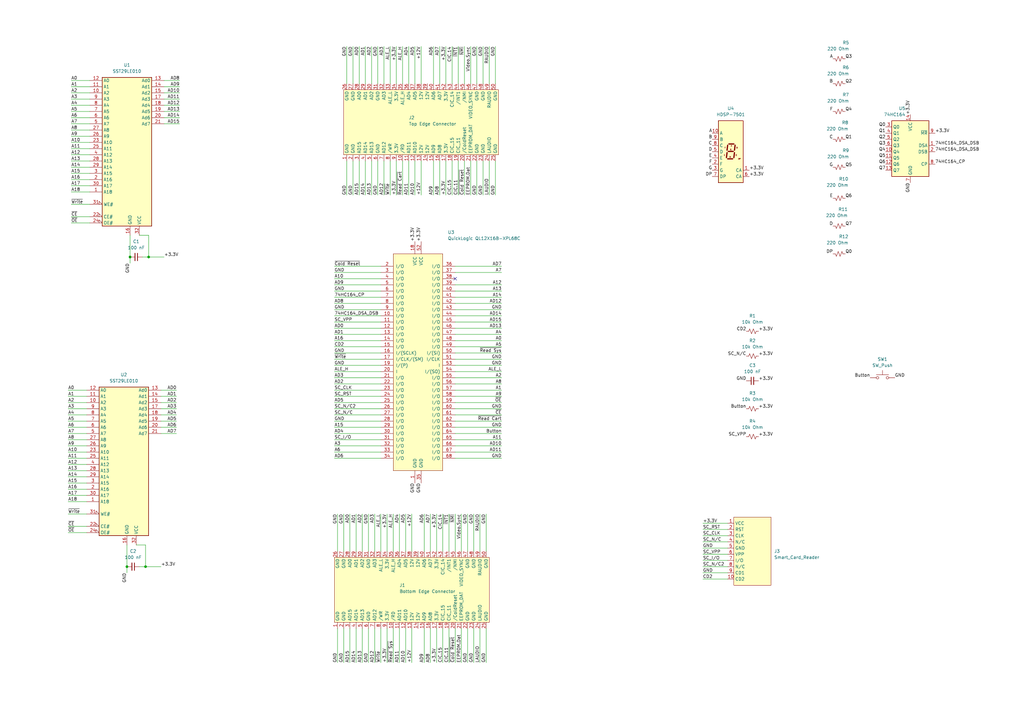
<source format=kicad_sch>
(kicad_sch (version 20231120) (generator "eeschema") (generator_version "8.0")
  (paper "A3")
  (lib_symbols
    (symbol "74xx:74HC164"
      (property "Reference" "U" (at 1.905 -13.97 0))
      (property "Value" "74HC164" (at 1.905 -16.51 0))
      (symbol "74HC164_0_1"
        (rectangle (start 7.62 10.16) (end -7.62 -12.7) (stroke (width 0.254)) (fill (type background)))
      )
      (symbol "74HC164_1_1"
        (pin input line (at -10.16 0 0) (length 2.54) (name "DSA") (number "1"))
        (pin output line (at 10.16 -2.54 180) (length 2.54) (name "Q4") (number "10"))
        (pin output line (at 10.16 -5.08 180) (length 2.54) (name "Q5") (number "11"))
        (pin output line (at 10.16 -7.62 180) (length 2.54) (name "Q6") (number "12"))
        (pin output line (at 10.16 -10.16 180) (length 2.54) (name "Q7") (number "13"))
        (pin power_in line (at 0 12.7 270) (length 2.54) (name "VCC") (number "14"))
        (pin input line (at -10.16 -2.54 0) (length 2.54) (name "DSB") (number "2"))
        (pin output line (at 10.16 7.62 180) (length 2.54) (name "Q0") (number "3"))
        (pin output line (at 10.16 5.08 180) (length 2.54) (name "Q1") (number "4"))
        (pin output line (at 10.16 2.54 180) (length 2.54) (name "Q2") (number "5"))
        (pin output line (at 10.16 0 180) (length 2.54) (name "Q3") (number "6"))
        (pin power_in line (at 0 -15.24 90) (length 2.54) (name "GND") (number "7"))
        (pin input line (at -10.16 -7.62 0) (length 2.54) (name "CP") (number "8"))
        (pin input line (at -10.16 5.08 0) (length 2.54) (name "~{MR}") (number "9"))
      )
    )
    (symbol "Custom_Flash:SST28LF040"
      (property "Reference" "U1" (at 0 38.1 0))
      (property "Value" "SST28LF040" (at 0 35.56 0))
      (symbol "SST28LF040_0_1"
        (rectangle (start -10.16 31.75) (end 10.16 -29.21) (stroke (width 0.254)) (fill (type background)))
      )
      (symbol "SST28LF040_1_1"
        (pin input line (at -15.24 -15.24 0) (length 5.08) (name "A18") (number "1"))
        (pin input line (at -15.24 25.4 0) (length 5.08) (name "A2") (number "10"))
        (pin input line (at -15.24 27.94 0) (length 5.08) (name "A1") (number "11"))
        (pin input line (at -15.24 30.48 0) (length 5.08) (name "A0") (number "12"))
        (pin tri_state line (at 15.24 30.48 180) (length 5.08) (name "Ad0") (number "13"))
        (pin tri_state line (at 15.24 27.94 180) (length 5.08) (name "Ad1") (number "14"))
        (pin tri_state line (at 15.24 25.4 180) (length 5.08) (name "Ad2") (number "15"))
        (pin power_in line (at 1.27 -33.02 90) (length 3.81) (name "GND") (number "16"))
        (pin tri_state line (at 15.24 22.86 180) (length 5.08) (name "Ad3") (number "17"))
        (pin tri_state line (at 15.24 20.32 180) (length 5.08) (name "Ad4") (number "18"))
        (pin tri_state line (at 15.24 17.78 180) (length 5.08) (name "Ad5") (number "19"))
        (pin input line (at -15.24 -10.16 0) (length 5.08) (name "A16") (number "2"))
        (pin tri_state line (at 15.24 15.24 180) (length 5.08) (name "Ad6") (number "20"))
        (pin tri_state line (at 15.24 12.7 180) (length 5.08) (name "Ad7") (number "21"))
        (pin input input_low (at -15.24 -25.4 0) (length 5.08) (name "CE#") (number "22"))
        (pin input line (at -15.24 5.08 0) (length 5.08) (name "A10") (number "23"))
        (pin input input_low (at -15.24 -27.94 0) (length 5.08) (name "OE#") (number "24"))
        (pin input line (at -15.24 2.54 0) (length 5.08) (name "A11") (number "25"))
        (pin input line (at -15.24 7.62 0) (length 5.08) (name "A9") (number "26"))
        (pin input line (at -15.24 10.16 0) (length 5.08) (name "A8") (number "27"))
        (pin input line (at -15.24 -2.54 0) (length 5.08) (name "A13") (number "28"))
        (pin input line (at -15.24 -5.08 0) (length 5.08) (name "A14") (number "29"))
        (pin input line (at -15.24 -7.62 0) (length 5.08) (name "A15") (number "3"))
        (pin input line (at -15.24 -12.7 0) (length 5.08) (name "A17") (number "30"))
        (pin input input_low (at -15.24 -20.32 0) (length 5.08) (name "WE#") (number "31"))
        (pin power_in line (at 5.08 -33.02 90) (length 3.81) (name "VCC") (number "32"))
        (pin input line (at -15.24 0 0) (length 5.08) (name "A12") (number "4"))
        (pin input line (at -15.24 12.7 0) (length 5.08) (name "A7") (number "5"))
        (pin input line (at -15.24 15.24 0) (length 5.08) (name "A6") (number "6"))
        (pin input line (at -15.24 17.78 0) (length 5.08) (name "A5") (number "7"))
        (pin input line (at -15.24 20.32 0) (length 5.08) (name "A4") (number "8"))
        (pin input line (at -15.24 22.86 0) (length 5.08) (name "A3") (number "9"))
      )
    )
    (symbol "Device:C_Small" (pin_numbers hide) (pin_names (offset 0.254) hide)
      (property "Reference" "C" (at 0.254 1.778 0))
      (property "Value" "C_Small" (at 0.254 -2.032 0))
      (symbol "C_Small_0_1"
        (polyline (pts (xy -1.524 -0.508) (xy 1.524 -0.508)) (stroke (width 0.3302)))
        (polyline (pts (xy -1.524 0.508) (xy 1.524 0.508)) (stroke (width 0.3048)))
      )
      (symbol "C_Small_1_1"
        (pin passive line (at 0 2.54 270) (length 2.032) (name "~") (number "1"))
        (pin passive line (at 0 -2.54 90) (length 2.032) (name "~") (number "2"))
      )
    )
    (symbol "Device:R_Small_US" (pin_numbers hide) (pin_names (offset 0.254) hide)
      (property "Reference" "R" (at 0.762 0.508 0))
      (property "Value" "R_Small_US" (at 0.762 -1.016 0))
      (symbol "R_Small_US_1_1"
        (polyline (pts (xy 0 0) (xy 1.016 -0.381) (xy 0 -0.762) (xy -1.016 -1.143) (xy 0 -1.524)))
        (polyline (pts (xy 0 1.524) (xy 1.016 1.143) (xy 0 0.762) (xy -1.016 0.381) (xy 0 0)))
        (pin passive line (at 0 2.54 270) (length 1.016) (name "~") (number "1"))
        (pin passive line (at 0 -2.54 90) (length 1.016) (name "~") (number "2"))
      )
    )
    (symbol "Display_Character:HDSP-7501"
      (property "Reference" "U" (at -3.81 13.97 0))
      (property "Value" "HDSP-7501" (at 6.35 13.97 0))
      (symbol "HDSP-7501_1_0"
        (text "A" (at 0.254 2.413 0) (effects (font (size 0.508 0.508))))
        (text "B" (at 2.54 1.651 0) (effects (font (size 0.508 0.508))))
        (text "C" (at 2.286 -1.397 0) (effects (font (size 0.508 0.508))))
        (text "D" (at -0.254 -2.159 0) (effects (font (size 0.508 0.508))))
        (text "DP" (at 3.556 -2.921 0) (effects (font (size 0.508 0.508))))
        (text "E" (at -2.54 -1.397 0) (effects (font (size 0.508 0.508))))
        (text "F" (at -2.286 1.651 0) (effects (font (size 0.508 0.508))))
        (text "G" (at 0 0.889 0) (effects (font (size 0.508 0.508))))
      )
      (symbol "HDSP-7501_1_1"
        (rectangle (start -5.08 12.7) (end 5.08 -12.7) (stroke (width 0.254)) (fill (type background)))
        (polyline (pts (xy -1.524 -0.381) (xy -1.778 -2.413)) (stroke (width 0.508)))
        (polyline (pts (xy -1.27 -2.921) (xy 0.762 -2.921)) (stroke (width 0.508)))
        (polyline (pts (xy -1.27 2.667) (xy -1.524 0.635)) (stroke (width 0.508)))
        (polyline (pts (xy -1.016 0.127) (xy 1.016 0.127)) (stroke (width 0.508)))
        (polyline (pts (xy -0.762 3.175) (xy 1.27 3.175)) (stroke (width 0.508)))
        (polyline (pts (xy 1.524 -0.381) (xy 1.27 -2.413)) (stroke (width 0.508)))
        (polyline (pts (xy 1.778 2.667) (xy 1.524 0.635)) (stroke (width 0.508)))
        (polyline (pts (xy 2.54 -2.921) (xy 2.54 -2.921)) (stroke (width 0.508)))
        (pin input line (at 7.62 -7.62 180) (length 2.54) (name "CA") (number "1"))
        (pin input line (at -7.62 7.62 0) (length 2.54) (name "A") (number "10"))
        (pin input line (at -7.62 -5.08 0) (length 2.54) (name "F") (number "2"))
        (pin input line (at -7.62 -7.62 0) (length 2.54) (name "G") (number "3"))
        (pin input line (at -7.62 -2.54 0) (length 2.54) (name "E") (number "4"))
        (pin input line (at -7.62 0 0) (length 2.54) (name "D") (number "5"))
        (pin input line (at 7.62 -10.16 180) (length 2.54) (name "CA") (number "6"))
        (pin input line (at -7.62 -10.16 0) (length 2.54) (name "DP") (number "7"))
        (pin input line (at -7.62 2.54 0) (length 2.54) (name "C") (number "8"))
        (pin input line (at -7.62 5.08 0) (length 2.54) (name "B") (number "9"))
      )
    )
    (symbol "REF1198:Edge_Connector"
      (property "Reference" "J1" (at -6.35 2.54 0))
      (property "Value" "Edge_Connector" (at -6.35 0 0))
      (symbol "Edge_Connector_1_1"
        (rectangle (start -33.02 13.97) (end 30.48 -12.7) (fill (type background)))
        (pin power_out line (at -31.75 -15.24 90) (length 2.54) (name "GND") (number "1"))
        (pin output line (at -8.89 -15.24 90) (length 2.54) (name "/RD") (number "10"))
        (pin bidirectional line (at -6.35 -15.24 90) (length 2.54) (name "AD11") (number "11"))
        (pin bidirectional line (at -3.81 -15.24 90) (length 2.54) (name "AD10") (number "12"))
        (pin power_out line (at -1.27 -15.24 90) (length 2.54) (name "12V") (number "13"))
        (pin power_out line (at 1.27 -15.24 90) (length 2.54) (name "12V") (number "14"))
        (pin bidirectional line (at 3.81 -15.24 90) (length 2.54) (name "AD9") (number "15"))
        (pin bidirectional line (at 6.35 -15.24 90) (length 2.54) (name "AD8") (number "16"))
        (pin power_out line (at 8.89 -15.24 90) (length 2.54) (name "3.3V") (number "17"))
        (pin bidirectional line (at 11.43 -15.24 90) (length 2.54) (name "CIC_15") (number "18"))
        (pin bidirectional line (at 13.97 -15.24 90) (length 2.54) (name "CIC_11") (number "19"))
        (pin power_out line (at -29.21 -15.24 90) (length 2.54) (name "GND") (number "2"))
        (pin bidirectional line (at 16.51 -15.24 90) (length 2.54) (name "/ColdReset") (number "20"))
        (pin bidirectional line (at 19.05 -15.24 90) (length 2.54) (name "EEPROM_DAT") (number "21"))
        (pin power_out line (at 21.59 -15.24 90) (length 2.54) (name "GND") (number "22"))
        (pin power_out line (at 24.13 -15.24 90) (length 2.54) (name "GND") (number "23"))
        (pin bidirectional line (at 26.67 -15.24 90) (length 2.54) (name "LAUDIO") (number "24"))
        (pin power_out line (at 29.21 -15.24 90) (length 2.54) (name "GND") (number "25"))
        (pin power_out line (at -31.75 16.51 270) (length 2.54) (name "GND") (number "26"))
        (pin power_out line (at -29.21 16.51 270) (length 2.54) (name "GND") (number "27"))
        (pin bidirectional line (at -26.67 16.51 270) (length 2.54) (name "AD0") (number "28"))
        (pin bidirectional line (at -24.13 16.51 270) (length 2.54) (name "AD1") (number "29"))
        (pin bidirectional line (at -26.67 -15.24 90) (length 2.54) (name "AD15") (number "3"))
        (pin bidirectional line (at -21.59 16.51 270) (length 2.54) (name "AD2") (number "30"))
        (pin power_out line (at -19.05 16.51 270) (length 2.54) (name "GND") (number "31"))
        (pin bidirectional line (at -16.51 16.51 270) (length 2.54) (name "AD3") (number "32"))
        (pin output line (at -13.97 16.51 270) (length 2.54) (name "ALE_L") (number "33"))
        (pin power_out line (at -11.43 16.51 270) (length 2.54) (name "3.3V") (number "34"))
        (pin output line (at -8.89 16.51 270) (length 2.54) (name "ALE_H") (number "35"))
        (pin bidirectional line (at -6.35 16.51 270) (length 2.54) (name "AD4") (number "36"))
        (pin bidirectional line (at -3.81 16.51 270) (length 2.54) (name "AD5") (number "37"))
        (pin power_out line (at -1.27 16.51 270) (length 2.54) (name "12V") (number "38"))
        (pin power_out line (at 1.27 16.51 270) (length 2.54) (name "12V") (number "39"))
        (pin bidirectional line (at -24.13 -15.24 90) (length 2.54) (name "AD14") (number "4"))
        (pin bidirectional line (at 3.81 16.51 270) (length 2.54) (name "AD6") (number "40"))
        (pin bidirectional line (at 6.35 16.51 270) (length 2.54) (name "AD7") (number "41"))
        (pin bidirectional line (at 8.89 16.51 270) (length 2.54) (name "3.3V") (number "42"))
        (pin bidirectional line (at 11.43 16.51 270) (length 2.54) (name "CIC_14") (number "43"))
        (pin bidirectional line (at 13.97 16.51 270) (length 2.54) (name "/INT1") (number "44"))
        (pin bidirectional line (at 16.51 16.51 270) (length 2.54) (name "/NMI") (number "45"))
        (pin bidirectional line (at 19.05 16.51 270) (length 2.54) (name "VIDEO_SYNC") (number "46"))
        (pin power_out line (at 21.59 16.51 270) (length 2.54) (name "GND") (number "47"))
        (pin power_out line (at 24.13 16.51 270) (length 2.54) (name "GND") (number "48"))
        (pin bidirectional line (at 26.67 16.51 270) (length 2.54) (name "RAUDIO") (number "49"))
        (pin bidirectional line (at -21.59 -15.24 90) (length 2.54) (name "AD13") (number "5"))
        (pin power_out line (at 29.21 16.51 270) (length 2.54) (name "GND") (number "50"))
        (pin power_out line (at -19.05 -15.24 90) (length 2.54) (name "GND") (number "6"))
        (pin bidirectional line (at -16.51 -15.24 90) (length 2.54) (name "AD12") (number "7"))
        (pin output line (at -13.97 -15.24 90) (length 2.54) (name "/WR") (number "8"))
        (pin power_out line (at -11.43 -15.24 90) (length 2.54) (name "3.3V") (number "9"))
      )
    )
    (symbol "REF1198:QL12X16B-XPL68C" (pin_names (offset 1.016))
      (property "Reference" "U1" (at 12.1794 48.26 0))
      (property "Value" "QuickLogic QL12X16B-XPL68C" (at 12.1794 45.72 0))
      (symbol "QL12X16B-XPL68C_0_1"
        (rectangle (start -10.16 39.37) (end 10.16 -49.53) (fill (type background)))
      )
      (symbol "QL12X16B-XPL68C_1_1"
        (pin power_in line (at -1.27 -54.61 90) (length 5.08) (name "GND") (number "1"))
        (pin tri_state line (at -15.24 13.97 0) (length 5.08) (name "I/O") (number "10"))
        (pin tri_state line (at -15.24 11.43 0) (length 5.08) (name "I/O") (number "11"))
        (pin tri_state line (at -15.24 8.89 0) (length 5.08) (name "I/O") (number "12"))
        (pin tri_state line (at -15.24 6.35 0) (length 5.08) (name "I/O") (number "13"))
        (pin tri_state line (at -15.24 3.81 0) (length 5.08) (name "I/O") (number "14"))
        (pin tri_state line (at -15.24 1.27 0) (length 5.08) (name "I/O") (number "15"))
        (pin input line (at -15.24 -1.27 0) (length 5.08) (name "I/(SCLK)") (number "16"))
        (pin input line (at -15.24 -3.81 0) (length 5.08) (name "I/CLK/(SM)") (number "17"))
        (pin power_in line (at -1.27 44.45 270) (length 5.08) (name "VCC") (number "18"))
        (pin input line (at -15.24 -6.35 0) (length 5.08) (name "I/(P)") (number "19"))
        (pin tri_state line (at -15.24 34.29 0) (length 5.08) (name "I/O") (number "2"))
        (pin input line (at -15.24 -8.89 0) (length 5.08) (name "I") (number "20"))
        (pin tri_state line (at -15.24 -11.43 0) (length 5.08) (name "I/O") (number "21"))
        (pin tri_state line (at -15.24 -13.97 0) (length 5.08) (name "I/O") (number "22"))
        (pin tri_state line (at -15.24 -16.51 0) (length 5.08) (name "I/O") (number "23"))
        (pin tri_state line (at -15.24 -19.05 0) (length 5.08) (name "I/O") (number "24"))
        (pin tri_state line (at -15.24 -21.59 0) (length 5.08) (name "I/O") (number "25"))
        (pin tri_state line (at -15.24 -24.13 0) (length 5.08) (name "I/O") (number "26"))
        (pin tri_state line (at -15.24 -26.67 0) (length 5.08) (name "I/O") (number "27"))
        (pin tri_state line (at -15.24 -29.21 0) (length 5.08) (name "I/O") (number "28"))
        (pin tri_state line (at -15.24 -31.75 0) (length 5.08) (name "I/O") (number "29"))
        (pin tri_state line (at -15.24 31.75 0) (length 5.08) (name "I/O") (number "3"))
        (pin tri_state line (at -15.24 -34.29 0) (length 5.08) (name "I/O") (number "30"))
        (pin tri_state line (at -15.24 -36.83 0) (length 5.08) (name "I/O") (number "31"))
        (pin tri_state line (at -15.24 -39.37 0) (length 5.08) (name "I/O") (number "32"))
        (pin tri_state line (at -15.24 -41.91 0) (length 5.08) (name "I/O") (number "33"))
        (pin tri_state line (at -15.24 -44.45 0) (length 5.08) (name "I/O") (number "34"))
        (pin power_in line (at 1.27 -54.61 90) (length 5.08) (name "GND") (number "35"))
        (pin tri_state line (at 15.24 34.29 180) (length 5.08) (name "I/O") (number "36"))
        (pin tri_state line (at 15.24 31.75 180) (length 5.08) (name "I/O") (number "37"))
        (pin tri_state line (at 15.24 29.21 180) (length 5.08) (name "I/O") (number "38"))
        (pin tri_state line (at 15.24 26.67 180) (length 5.08) (name "I/O") (number "39"))
        (pin tri_state line (at -15.24 29.21 0) (length 5.08) (name "I/O") (number "4"))
        (pin tri_state line (at 15.24 24.13 180) (length 5.08) (name "I/O") (number "40"))
        (pin tri_state line (at 15.24 21.59 180) (length 5.08) (name "I/O") (number "41"))
        (pin tri_state line (at 15.24 19.05 180) (length 5.08) (name "I/O") (number "42"))
        (pin tri_state line (at 15.24 16.51 180) (length 5.08) (name "I/O") (number "43"))
        (pin tri_state line (at 15.24 13.97 180) (length 5.08) (name "I/O") (number "44"))
        (pin tri_state line (at 15.24 11.43 180) (length 5.08) (name "I/O") (number "45"))
        (pin tri_state line (at 15.24 8.89 180) (length 5.08) (name "I/O") (number "46"))
        (pin tri_state line (at 15.24 6.35 180) (length 5.08) (name "I/O") (number "47"))
        (pin tri_state line (at 15.24 3.81 180) (length 5.08) (name "I/O") (number "48"))
        (pin tri_state line (at 15.24 1.27 180) (length 5.08) (name "I/O") (number "49"))
        (pin tri_state line (at -15.24 26.67 0) (length 5.08) (name "I/O") (number "5"))
        (pin input line (at 15.24 -1.27 180) (length 5.08) (name "I/(SI)") (number "50"))
        (pin input line (at 15.24 -3.81 180) (length 5.08) (name "I/CLK") (number "51"))
        (pin power_in line (at 1.27 44.45 270) (length 5.08) (name "VCC") (number "52"))
        (pin input line (at 15.24 -6.35 180) (length 5.08) (name "I") (number "53"))
        (pin input line (at 15.24 -8.89 180) (length 5.08) (name "I/(SO)") (number "54"))
        (pin tri_state line (at 15.24 -11.43 180) (length 5.08) (name "I/O") (number "55"))
        (pin tri_state line (at 15.24 -13.97 180) (length 5.08) (name "I/O") (number "56"))
        (pin tri_state line (at 15.24 -16.51 180) (length 5.08) (name "I/O") (number "57"))
        (pin tri_state line (at 15.24 -19.05 180) (length 5.08) (name "I/O") (number "58"))
        (pin tri_state line (at 15.24 -21.59 180) (length 5.08) (name "I/O") (number "59"))
        (pin tri_state line (at -15.24 24.13 0) (length 5.08) (name "I/O") (number "6"))
        (pin tri_state line (at 15.24 -24.13 180) (length 5.08) (name "I/O") (number "60"))
        (pin tri_state line (at 15.24 -26.67 180) (length 5.08) (name "I/O") (number "61"))
        (pin tri_state line (at 15.24 -29.21 180) (length 5.08) (name "I/O") (number "62"))
        (pin tri_state line (at 15.24 -31.75 180) (length 5.08) (name "I/O") (number "63"))
        (pin tri_state line (at 15.24 -34.29 180) (length 5.08) (name "I/O") (number "64"))
        (pin tri_state line (at 15.24 -36.83 180) (length 5.08) (name "I/O") (number "65"))
        (pin tri_state line (at 15.24 -39.37 180) (length 5.08) (name "I/O") (number "66"))
        (pin tri_state line (at 15.24 -41.91 180) (length 5.08) (name "I/O") (number "67"))
        (pin tri_state line (at 15.24 -44.45 180) (length 5.08) (name "I/O") (number "68"))
        (pin tri_state line (at -15.24 21.59 0) (length 5.08) (name "I/O") (number "7"))
        (pin tri_state line (at -15.24 19.05 0) (length 5.08) (name "I/O") (number "8"))
        (pin tri_state line (at -15.24 16.51 0) (length 5.08) (name "I/O") (number "9"))
      )
    )
    (symbol "REF1198:Smart_Card_Reader"
      (property "Reference" "J3" (at 8.89 0.0001 0))
      (property "Value" "Smart_Card_Reader" (at 8.89 -2.5399 0))
      (symbol "Smart_Card_Reader_1_1"
        (rectangle (start -7.62 13.97) (end 7.62 -13.97) (fill (type background)))
        (pin power_in line (at -10.16 11.43 0) (length 2.54) (name "VCC") (number "1"))
        (pin input line (at -10.16 -11.43 0) (length 2.54) (name "CD2") (number "10"))
        (pin input line (at -10.16 8.89 0) (length 2.54) (name "RST") (number "2"))
        (pin input line (at -10.16 6.35 0) (length 2.54) (name "CLK") (number "3"))
        (pin input line (at -10.16 3.81 0) (length 2.54) (name "N/C") (number "4"))
        (pin power_in line (at -10.16 1.27 0) (length 2.54) (name "GND") (number "5"))
        (pin power_in line (at -10.16 -1.27 0) (length 2.54) (name "VPP") (number "6"))
        (pin input line (at -10.16 -3.81 0) (length 2.54) (name "I/O") (number "7"))
        (pin input line (at -10.16 -6.35 0) (length 2.54) (name "N/C") (number "8"))
        (pin input line (at -10.16 -8.89 0) (length 2.54) (name "CD1") (number "9"))
      )
    )
    (symbol "Switch:SW_Push" (pin_numbers hide) (pin_names (offset 1.016) hide)
      (property "Reference" "SW" (at 1.27 2.54 0))
      (property "Value" "SW_Push" (at 0 -1.524 0))
      (symbol "SW_Push_0_1"
        (circle (center -2.032 0) (radius 0.508))
        (polyline (pts (xy 0 1.27) (xy 0 3.048)))
        (polyline (pts (xy 2.54 1.27) (xy -2.54 1.27)))
        (circle (center 2.032 0) (radius 0.508))
        (pin passive line (at -5.08 0 0) (length 2.54) (name "1") (number "1"))
        (pin passive line (at 5.08 0 180) (length 2.54) (name "2") (number "2"))
      )
    )
  )
  (junction (at 53.34 105.41))
  (junction (at 60.96 105.41))
  (junction (at 52.07 232.41))
  (junction (at 59.69 232.41))
  (no_connect (at 186.69 114.3))
  (wire (pts (xy 27.94 170.18) (xy 35.56 170.18)))
  (wire (pts (xy 137.16 172.72) (xy 156.21 172.72)))
  (wire (pts (xy 53.34 105.41) (xy 53.34 96.52)))
  (wire (pts (xy 288.29 214.63) (xy 298.45 214.63)))
  (wire (pts (xy 137.16 149.86) (xy 156.21 149.86)))
  (wire (pts (xy 140.97 271.78) (xy 140.97 257.81)))
  (wire (pts (xy 205.74 142.24) (xy 186.69 142.24)))
  (wire (pts (xy 189.23 210.82) (xy 189.23 226.06)))
  (wire (pts (xy 29.21 33.02) (xy 36.83 33.02)))
  (wire (pts (xy 288.29 217.17) (xy 298.45 217.17)))
  (wire (pts (xy 29.21 83.82) (xy 36.83 83.82)))
  (wire (pts (xy 205.74 124.46) (xy 186.69 124.46)))
  (wire (pts (xy 165.1 80.01) (xy 165.1 66.04)))
  (wire (pts (xy 72.39 167.64) (xy 66.04 167.64)))
  (wire (pts (xy 137.16 167.64) (xy 156.21 167.64)))
  (wire (pts (xy 205.74 109.22) (xy 186.69 109.22)))
  (wire (pts (xy 162.56 19.05) (xy 162.56 34.29)))
  (wire (pts (xy 205.74 180.34) (xy 186.69 180.34)))
  (wire (pts (xy 205.74 154.94) (xy 186.69 154.94)))
  (wire (pts (xy 29.21 58.42) (xy 36.83 58.42)))
  (wire (pts (xy 205.74 121.92) (xy 186.69 121.92)))
  (wire (pts (xy 137.16 162.56) (xy 156.21 162.56)))
  (wire (pts (xy 27.94 203.2) (xy 35.56 203.2)))
  (wire (pts (xy 27.94 205.74) (xy 35.56 205.74)))
  (wire (pts (xy 29.21 91.44) (xy 36.83 91.44)))
  (wire (pts (xy 137.16 139.7) (xy 156.21 139.7)))
  (wire (pts (xy 166.37 210.82) (xy 166.37 226.06)))
  (wire (pts (xy 205.74 132.08) (xy 186.69 132.08)))
  (wire (pts (xy 181.61 210.82) (xy 181.61 226.06)))
  (wire (pts (xy 288.29 237.49) (xy 298.45 237.49)))
  (wire (pts (xy 137.16 157.48) (xy 156.21 157.48)))
  (wire (pts (xy 168.91 271.78) (xy 168.91 257.81)))
  (wire (pts (xy 205.74 134.62) (xy 186.69 134.62)))
  (wire (pts (xy 180.34 80.01) (xy 180.34 66.04)))
  (wire (pts (xy 137.16 111.76) (xy 156.21 111.76)))
  (wire (pts (xy 29.21 68.58) (xy 36.83 68.58)))
  (wire (pts (xy 73.66 33.02) (xy 67.31 33.02)))
  (wire (pts (xy 205.74 139.7) (xy 186.69 139.7)))
  (wire (pts (xy 190.5 80.01) (xy 190.5 66.04)))
  (wire (pts (xy 146.05 210.82) (xy 146.05 226.06)))
  (wire (pts (xy 137.16 187.96) (xy 156.21 187.96)))
  (wire (pts (xy 73.66 43.18) (xy 67.31 43.18)))
  (wire (pts (xy 29.21 50.8) (xy 36.83 50.8)))
  (wire (pts (xy 29.21 53.34) (xy 36.83 53.34)))
  (wire (pts (xy 167.64 19.05) (xy 167.64 34.29)))
  (wire (pts (xy 156.21 271.78) (xy 156.21 257.81)))
  (wire (pts (xy 27.94 162.56) (xy 35.56 162.56)))
  (wire (pts (xy 172.72 80.01) (xy 172.72 66.04)))
  (wire (pts (xy 176.53 210.82) (xy 176.53 226.06)))
  (wire (pts (xy 151.13 210.82) (xy 151.13 226.06)))
  (wire (pts (xy 185.42 19.05) (xy 185.42 34.29)))
  (wire (pts (xy 154.94 80.01) (xy 154.94 66.04)))
  (wire (pts (xy 59.69 232.41) (xy 66.04 232.41)))
  (wire (pts (xy 137.16 165.1) (xy 156.21 165.1)))
  (wire (pts (xy 27.94 172.72) (xy 35.56 172.72)))
  (wire (pts (xy 27.94 210.82) (xy 35.56 210.82)))
  (wire (pts (xy 168.91 210.82) (xy 168.91 226.06)))
  (wire (pts (xy 138.43 210.82) (xy 138.43 226.06)))
  (wire (pts (xy 205.74 129.54) (xy 186.69 129.54)))
  (wire (pts (xy 179.07 210.82) (xy 179.07 226.06)))
  (wire (pts (xy 29.21 73.66) (xy 36.83 73.66)))
  (wire (pts (xy 165.1 19.05) (xy 165.1 34.29)))
  (wire (pts (xy 138.43 271.78) (xy 138.43 257.81)))
  (wire (pts (xy 187.96 19.05) (xy 187.96 34.29)))
  (wire (pts (xy 27.94 175.26) (xy 35.56 175.26)))
  (wire (pts (xy 27.94 200.66) (xy 35.56 200.66)))
  (wire (pts (xy 144.78 19.05) (xy 144.78 34.29)))
  (wire (pts (xy 152.4 80.01) (xy 152.4 66.04)))
  (wire (pts (xy 29.21 78.74) (xy 36.83 78.74)))
  (wire (pts (xy 198.12 19.05) (xy 198.12 34.29)))
  (wire (pts (xy 29.21 88.9) (xy 36.83 88.9)))
  (wire (pts (xy 163.83 271.78) (xy 163.83 257.81)))
  (wire (pts (xy 205.74 182.88) (xy 186.69 182.88)))
  (wire (pts (xy 27.94 160.02) (xy 35.56 160.02)))
  (wire (pts (xy 137.16 147.32) (xy 156.21 147.32)))
  (wire (pts (xy 27.94 182.88) (xy 35.56 182.88)))
  (wire (pts (xy 137.16 152.4) (xy 156.21 152.4)))
  (wire (pts (xy 205.74 172.72) (xy 186.69 172.72)))
  (wire (pts (xy 186.69 210.82) (xy 186.69 226.06)))
  (wire (pts (xy 153.67 271.78) (xy 153.67 257.81)))
  (wire (pts (xy 144.78 80.01) (xy 144.78 66.04)))
  (wire (pts (xy 29.21 45.72) (xy 36.83 45.72)))
  (wire (pts (xy 288.29 234.95) (xy 298.45 234.95)))
  (wire (pts (xy 157.48 80.01) (xy 157.48 66.04)))
  (wire (pts (xy 137.16 175.26) (xy 156.21 175.26)))
  (wire (pts (xy 191.77 271.78) (xy 191.77 257.81)))
  (wire (pts (xy 170.18 19.05) (xy 170.18 34.29)))
  (wire (pts (xy 52.07 234.95) (xy 52.07 232.41)))
  (wire (pts (xy 205.74 165.1) (xy 186.69 165.1)))
  (wire (pts (xy 29.21 63.5) (xy 36.83 63.5)))
  (wire (pts (xy 154.94 19.05) (xy 154.94 34.29)))
  (wire (pts (xy 203.2 19.05) (xy 203.2 34.29)))
  (wire (pts (xy 29.21 40.64) (xy 36.83 40.64)))
  (wire (pts (xy 177.8 80.01) (xy 177.8 66.04)))
  (wire (pts (xy 173.99 271.78) (xy 173.99 257.81)))
  (wire (pts (xy 205.74 162.56) (xy 186.69 162.56)))
  (wire (pts (xy 27.94 167.64) (xy 35.56 167.64)))
  (wire (pts (xy 29.21 60.96) (xy 36.83 60.96)))
  (wire (pts (xy 137.16 154.94) (xy 156.21 154.94)))
  (wire (pts (xy 73.66 48.26) (xy 67.31 48.26)))
  (wire (pts (xy 29.21 35.56) (xy 36.83 35.56)))
  (wire (pts (xy 27.94 185.42) (xy 35.56 185.42)))
  (wire (pts (xy 288.29 219.71) (xy 298.45 219.71)))
  (wire (pts (xy 151.13 271.78) (xy 151.13 257.81)))
  (wire (pts (xy 203.2 80.01) (xy 203.2 66.04)))
  (wire (pts (xy 137.16 134.62) (xy 156.21 134.62)))
  (wire (pts (xy 137.16 142.24) (xy 156.21 142.24)))
  (wire (pts (xy 288.29 232.41) (xy 298.45 232.41)))
  (wire (pts (xy 162.56 80.01) (xy 162.56 66.04)))
  (wire (pts (xy 199.39 271.78) (xy 199.39 257.81)))
  (wire (pts (xy 72.39 170.18) (xy 66.04 170.18)))
  (wire (pts (xy 27.94 215.9) (xy 35.56 215.9)))
  (wire (pts (xy 149.86 19.05) (xy 149.86 34.29)))
  (wire (pts (xy 205.74 175.26) (xy 186.69 175.26)))
  (wire (pts (xy 73.66 45.72) (xy 67.31 45.72)))
  (wire (pts (xy 177.8 19.05) (xy 177.8 34.29)))
  (wire (pts (xy 137.16 109.22) (xy 156.21 109.22)))
  (wire (pts (xy 166.37 271.78) (xy 166.37 257.81)))
  (wire (pts (xy 191.77 210.82) (xy 191.77 226.06)))
  (wire (pts (xy 137.16 119.38) (xy 156.21 119.38)))
  (wire (pts (xy 57.15 96.52) (xy 60.96 96.52)))
  (wire (pts (xy 161.29 271.78) (xy 161.29 257.81)))
  (wire (pts (xy 153.67 210.82) (xy 153.67 226.06)))
  (wire (pts (xy 137.16 116.84) (xy 156.21 116.84)))
  (wire (pts (xy 205.74 127) (xy 186.69 127)))
  (wire (pts (xy 205.74 144.78) (xy 186.69 144.78)))
  (wire (pts (xy 72.39 177.8) (xy 66.04 177.8)))
  (wire (pts (xy 27.94 187.96) (xy 35.56 187.96)))
  (wire (pts (xy 194.31 210.82) (xy 194.31 226.06)))
  (wire (pts (xy 27.94 195.58) (xy 35.56 195.58)))
  (wire (pts (xy 193.04 80.01) (xy 193.04 66.04)))
  (wire (pts (xy 194.31 271.78) (xy 194.31 257.81)))
  (wire (pts (xy 205.74 116.84) (xy 186.69 116.84)))
  (wire (pts (xy 148.59 210.82) (xy 148.59 226.06)))
  (wire (pts (xy 29.21 48.26) (xy 36.83 48.26)))
  (wire (pts (xy 29.21 38.1) (xy 36.83 38.1)))
  (wire (pts (xy 137.16 144.78) (xy 156.21 144.78)))
  (wire (pts (xy 205.74 185.42) (xy 186.69 185.42)))
  (wire (pts (xy 163.83 210.82) (xy 163.83 226.06)))
  (wire (pts (xy 161.29 210.82) (xy 161.29 226.06)))
  (wire (pts (xy 27.94 180.34) (xy 35.56 180.34)))
  (wire (pts (xy 137.16 121.92) (xy 156.21 121.92)))
  (wire (pts (xy 137.16 177.8) (xy 156.21 177.8)))
  (wire (pts (xy 27.94 218.44) (xy 35.56 218.44)))
  (wire (pts (xy 72.39 165.1) (xy 66.04 165.1)))
  (wire (pts (xy 59.69 223.52) (xy 59.69 232.41)))
  (wire (pts (xy 137.16 137.16) (xy 156.21 137.16)))
  (wire (pts (xy 152.4 19.05) (xy 152.4 34.29)))
  (wire (pts (xy 157.48 19.05) (xy 157.48 34.29)))
  (wire (pts (xy 181.61 271.78) (xy 181.61 257.81)))
  (wire (pts (xy 176.53 271.78) (xy 176.53 257.81)))
  (wire (pts (xy 182.88 19.05) (xy 182.88 34.29)))
  (wire (pts (xy 182.88 80.01) (xy 182.88 66.04)))
  (wire (pts (xy 196.85 271.78) (xy 196.85 257.81)))
  (wire (pts (xy 190.5 19.05) (xy 190.5 34.29)))
  (wire (pts (xy 158.75 271.78) (xy 158.75 257.81)))
  (wire (pts (xy 73.66 35.56) (xy 67.31 35.56)))
  (wire (pts (xy 29.21 76.2) (xy 36.83 76.2)))
  (wire (pts (xy 27.94 165.1) (xy 35.56 165.1)))
  (wire (pts (xy 158.75 210.82) (xy 158.75 226.06)))
  (wire (pts (xy 137.16 114.3) (xy 156.21 114.3)))
  (wire (pts (xy 53.34 107.95) (xy 53.34 105.41)))
  (wire (pts (xy 146.05 271.78) (xy 146.05 257.81)))
  (wire (pts (xy 205.74 187.96) (xy 186.69 187.96)))
  (wire (pts (xy 55.88 223.52) (xy 59.69 223.52)))
  (wire (pts (xy 205.74 111.76) (xy 186.69 111.76)))
  (wire (pts (xy 195.58 80.01) (xy 195.58 66.04)))
  (wire (pts (xy 143.51 271.78) (xy 143.51 257.81)))
  (wire (pts (xy 184.15 271.78) (xy 184.15 257.81)))
  (wire (pts (xy 288.29 227.33) (xy 298.45 227.33)))
  (wire (pts (xy 137.16 124.46) (xy 156.21 124.46)))
  (wire (pts (xy 60.96 96.52) (xy 60.96 105.41)))
  (wire (pts (xy 137.16 185.42) (xy 156.21 185.42)))
  (wire (pts (xy 52.07 232.41) (xy 52.07 223.52)))
  (wire (pts (xy 29.21 71.12) (xy 36.83 71.12)))
  (wire (pts (xy 60.96 105.41) (xy 58.42 105.41)))
  (wire (pts (xy 27.94 177.8) (xy 35.56 177.8)))
  (wire (pts (xy 180.34 19.05) (xy 180.34 34.29)))
  (wire (pts (xy 288.29 224.79) (xy 298.45 224.79)))
  (wire (pts (xy 205.74 167.64) (xy 186.69 167.64)))
  (wire (pts (xy 29.21 66.04) (xy 36.83 66.04)))
  (wire (pts (xy 149.86 80.01) (xy 149.86 66.04)))
  (wire (pts (xy 170.18 80.01) (xy 170.18 66.04)))
  (wire (pts (xy 60.96 105.41) (xy 67.31 105.41)))
  (wire (pts (xy 288.29 222.25) (xy 298.45 222.25)))
  (wire (pts (xy 184.15 210.82) (xy 184.15 226.06)))
  (wire (pts (xy 72.39 162.56) (xy 66.04 162.56)))
  (wire (pts (xy 147.32 19.05) (xy 147.32 34.29)))
  (wire (pts (xy 73.66 40.64) (xy 67.31 40.64)))
  (wire (pts (xy 137.16 170.18) (xy 156.21 170.18)))
  (wire (pts (xy 196.85 210.82) (xy 196.85 226.06)))
  (wire (pts (xy 27.94 190.5) (xy 35.56 190.5)))
  (wire (pts (xy 205.74 177.8) (xy 186.69 177.8)))
  (wire (pts (xy 186.69 271.78) (xy 186.69 257.81)))
  (wire (pts (xy 205.74 152.4) (xy 186.69 152.4)))
  (wire (pts (xy 73.66 38.1) (xy 67.31 38.1)))
  (wire (pts (xy 200.66 80.01) (xy 200.66 66.04)))
  (wire (pts (xy 199.39 210.82) (xy 199.39 226.06)))
  (wire (pts (xy 73.66 50.8) (xy 67.31 50.8)))
  (wire (pts (xy 72.39 175.26) (xy 66.04 175.26)))
  (wire (pts (xy 137.16 180.34) (xy 156.21 180.34)))
  (wire (pts (xy 27.94 198.12) (xy 35.56 198.12)))
  (wire (pts (xy 205.74 119.38) (xy 186.69 119.38)))
  (wire (pts (xy 137.16 132.08) (xy 156.21 132.08)))
  (wire (pts (xy 205.74 160.02) (xy 186.69 160.02)))
  (wire (pts (xy 137.16 127) (xy 156.21 127)))
  (wire (pts (xy 200.66 19.05) (xy 200.66 34.29)))
  (wire (pts (xy 160.02 80.01) (xy 160.02 66.04)))
  (wire (pts (xy 172.72 19.05) (xy 172.72 34.29)))
  (wire (pts (xy 148.59 271.78) (xy 148.59 257.81)))
  (wire (pts (xy 29.21 43.18) (xy 36.83 43.18)))
  (wire (pts (xy 189.23 271.78) (xy 189.23 257.81)))
  (wire (pts (xy 288.29 229.87) (xy 298.45 229.87)))
  (wire (pts (xy 185.42 80.01) (xy 185.42 66.04)))
  (wire (pts (xy 147.32 80.01) (xy 147.32 66.04)))
  (wire (pts (xy 142.24 19.05) (xy 142.24 34.29)))
  (wire (pts (xy 179.07 271.78) (xy 179.07 257.81)))
  (wire (pts (xy 137.16 182.88) (xy 156.21 182.88)))
  (wire (pts (xy 140.97 210.82) (xy 140.97 226.06)))
  (wire (pts (xy 59.69 232.41) (xy 57.15 232.41)))
  (wire (pts (xy 187.96 80.01) (xy 187.96 66.04)))
  (wire (pts (xy 27.94 193.04) (xy 35.56 193.04)))
  (wire (pts (xy 29.21 55.88) (xy 36.83 55.88)))
  (wire (pts (xy 167.64 80.01) (xy 167.64 66.04)))
  (wire (pts (xy 173.99 210.82) (xy 173.99 226.06)))
  (wire (pts (xy 193.04 19.05) (xy 193.04 34.29)))
  (wire (pts (xy 205.74 170.18) (xy 186.69 170.18)))
  (wire (pts (xy 137.16 129.54) (xy 156.21 129.54)))
  (wire (pts (xy 205.74 147.32) (xy 186.69 147.32)))
  (wire (pts (xy 72.39 160.02) (xy 66.04 160.02)))
  (wire (pts (xy 137.16 160.02) (xy 156.21 160.02)))
  (wire (pts (xy 156.21 210.82) (xy 156.21 226.06)))
  (wire (pts (xy 72.39 172.72) (xy 66.04 172.72)))
  (wire (pts (xy 205.74 137.16) (xy 186.69 137.16)))
  (wire (pts (xy 142.24 80.01) (xy 142.24 66.04)))
  (wire (pts (xy 205.74 149.86) (xy 186.69 149.86)))
  (wire (pts (xy 143.51 210.82) (xy 143.51 226.06)))
  (wire (pts (xy 160.02 19.05) (xy 160.02 34.29)))
  (wire (pts (xy 195.58 19.05) (xy 195.58 34.29)))
  (wire (pts (xy 198.12 80.01) (xy 198.12 66.04)))
  (wire (pts (xy 205.74 157.48) (xy 186.69 157.48)))
  (label "G" (at 341.63 68.58 180))
  (label "GND" (at 137.16 149.86 0))
  (label "AD7" (at 72.39 177.8 180))
  (label "SC_VPP" (at 137.16 132.08 0))
  (label "Q6" (at 346.71 81.28 0))
  (label "AD12" (at 205.74 124.46 180))
  (label "C" (at 341.63 57.15 180))
  (label "GND" (at 288.29 224.79 0))
  (label "CD2" (at 306.07 135.89 180))
  (label "A13" (at 205.74 119.38 180))
  (label "AD6" (at 177.8 19.05 270))
  (label "A12" (at 205.74 116.84 180))
  (label "AD3" (at 137.16 154.94 0))
  (label "AD7" (at 205.74 109.22 180))
  (label "EEPROM.Dat" (at 193.04 80.01 90))
  (label "+3.3V" (at 158.75 271.78 90))
  (label "LAUDIO" (at 200.66 80.01 90))
  (label "CIC.11" (at 187.96 80.01 90))
  (label "GND" (at 288.29 234.95 0))
  (label "+12V" (at 172.72 19.05 270))
  (label "GND" (at 172.72 198.12 270))
  (label "LAUDIO" (at 196.85 271.78 90))
  (label "G" (at 292.1 69.85 180))
  (label "GND" (at 138.43 271.78 90))
  (label "SC_CLK" (at 137.16 160.02 0))
  (label "AD1" (at 146.05 210.82 270))
  (label "C" (at 292.1 59.69 180))
  (label "~{INT1}" (at 187.96 19.05 270))
  (label "A10" (at 29.21 58.42 0))
  (label "Q4" (at 346.71 45.72 0))
  (label "GND" (at 144.78 19.05 270))
  (label "AD2" (at 137.16 157.48 0))
  (label "~{Cold Reset}" (at 137.16 109.22 0))
  (label "A8" (at 205.74 157.48 180))
  (label "GND" (at 205.74 149.86 180))
  (label "Q2" (at 363.22 57.15 180))
  (label "A6" (at 27.94 175.26 0))
  (label "GND" (at 170.18 198.12 270))
  (label "~{INT1}" (at 184.15 210.82 270))
  (label "Button" (at 205.74 177.8 180))
  (label "GND" (at 191.77 271.78 90))
  (label "A16" (at 29.21 73.66 0))
  (label "AD12" (at 153.67 271.78 90))
  (label "~{Read Sys}" (at 161.29 271.78 90))
  (label "GND" (at 199.39 271.78 90))
  (label "GND" (at 205.74 175.26 180))
  (label "74HC164_CP" (at 137.16 121.92 0))
  (label "A7" (at 27.94 177.8 0))
  (label "DP" (at 292.1 72.39 180))
  (label "~{CE}" (at 205.74 170.18 180))
  (label "A9" (at 29.21 55.88 0))
  (label "A11" (at 29.21 60.96 0))
  (label "A3" (at 27.94 167.64 0))
  (label "A0" (at 27.94 160.02 0))
  (label "GND" (at 199.39 210.82 270))
  (label "GND" (at 53.34 107.95 270))
  (label "EEPROM.Dat" (at 189.23 271.78 90))
  (label "AD15" (at 143.51 271.78 90))
  (label "AD11" (at 163.83 271.78 90))
  (label "A4" (at 29.21 43.18 0))
  (label "Q7" (at 346.71 92.71 0))
  (label "Q6" (at 363.22 67.31 180))
  (label "A" (at 341.63 24.13 180))
  (label "+3.3V" (at 179.07 271.78 90))
  (label "AD6" (at 137.16 187.96 0))
  (label "A15" (at 27.94 198.12 0))
  (label "+3.3V" (at 162.56 80.01 90))
  (label "A5" (at 205.74 142.24 180))
  (label "Q5" (at 363.22 64.77 180))
  (label "~{OE}" (at 205.74 165.1 180))
  (label "AD7" (at 176.53 210.82 270))
  (label "SC_CLK" (at 288.29 219.71 0))
  (label "~{OE}" (at 29.21 91.44 0))
  (label "GND" (at 137.16 144.78 0))
  (label "A1" (at 205.74 160.02 180))
  (label "~{Write}" (at 137.16 147.32 0))
  (label "AD9" (at 73.66 35.56 180))
  (label "AD3" (at 153.67 210.82 270))
  (label "A2" (at 205.74 154.94 180))
  (label "GND" (at 137.16 172.72 0))
  (label "A14" (at 29.21 68.58 0))
  (label "~{Read Sys}" (at 205.74 144.78 180))
  (label "Q5" (at 346.71 68.58 0))
  (label "Q1" (at 363.22 54.61 180))
  (label "AD3" (at 72.39 167.64 180))
  (label "GND" (at 198.12 19.05 270))
  (label "A18" (at 29.21 78.74 0))
  (label "Q7" (at 363.22 69.85 180))
  (label "SC_N{slash}C" (at 288.29 222.25 0))
  (label "A13" (at 27.94 193.04 0))
  (label "AD0" (at 143.51 210.82 270))
  (label "AD2" (at 152.4 19.05 270))
  (label "AD5" (at 170.18 19.05 270))
  (label "D" (at 292.1 62.23 180))
  (label "GND" (at 142.24 80.01 90))
  (label "GND" (at 198.12 80.01 90))
  (label "A15" (at 29.21 71.12 0))
  (label "AD8" (at 176.53 271.78 90))
  (label "SC_RST" (at 137.16 162.56 0))
  (label "A16" (at 27.94 200.66 0))
  (label "AD6" (at 173.99 210.82 270))
  (label "GND" (at 205.74 167.64 180))
  (label "AD15" (at 73.66 50.8 180))
  (label "AD14" (at 73.66 48.26 180))
  (label "74HC164_CP" (at 383.54 67.31 0))
  (label "Button" (at 306.07 167.64 180))
  (label "AD4" (at 163.83 210.82 270))
  (label "AD8" (at 73.66 33.02 180))
  (label "A11" (at 27.94 187.96 0))
  (label "+3.3V" (at 170.18 99.06 90))
  (label "GND" (at 205.74 127 180))
  (label "+3.3V" (at 66.04 232.41 0))
  (label "A2" (at 27.94 165.1 0))
  (label "GND" (at 138.43 210.82 270))
  (label "F" (at 341.63 45.72 180))
  (label "AD4" (at 167.64 19.05 270))
  (label "+3.3V" (at 373.38 46.99 90))
  (label "SC_N{slash}C2" (at 137.16 167.64 0))
  (label "~{Write}" (at 160.02 80.01 90))
  (label "GND" (at 203.2 19.05 270))
  (label "A8" (at 29.21 53.34 0))
  (label "Q4" (at 363.22 62.23 180))
  (label "Q0" (at 363.22 52.07 180))
  (label "AD0" (at 147.32 19.05 270))
  (label "GND" (at 154.94 19.05 270))
  (label "ALE_H" (at 165.1 19.05 270))
  (label "AD0" (at 137.16 134.62 0))
  (label "A7" (at 29.21 50.8 0))
  (label "~{Write}" (at 156.21 271.78 90))
  (label "A14" (at 205.74 121.92 180))
  (label "AD12" (at 73.66 43.18 180))
  (label "A5" (at 29.21 45.72 0))
  (label "+3.3V" (at 179.07 210.82 270))
  (label "CD2" (at 137.16 142.24 0))
  (label "GND" (at 154.94 80.01 90))
  (label "+3.3V" (at 172.72 99.06 90))
  (label "74HC164_DSA_DSB" (at 137.16 129.54 0))
  (label "Q1" (at 346.71 57.15 0))
  (label "~{Cold Reset}" (at 186.69 271.78 90))
  (label "GND" (at 151.13 210.82 270))
  (label "AD14" (at 205.74 129.54 180))
  (label "CD2" (at 288.29 237.49 0))
  (label "AD10" (at 170.18 80.01 90))
  (label "F" (at 292.1 67.31 180))
  (label "A0" (at 205.74 139.7 180))
  (label "A12" (at 29.21 63.5 0))
  (label "DP" (at 341.63 104.14 180))
  (label "A15" (at 137.16 175.26 0))
  (label "A6" (at 29.21 48.26 0))
  (label "A8" (at 27.94 180.34 0))
  (label "SC_I{slash}O" (at 288.29 229.87 0))
  (label "A12" (at 27.94 190.5 0))
  (label "ALE_L" (at 205.74 152.4 180))
  (label "GND" (at 144.78 80.01 90))
  (label "A0" (at 29.21 33.02 0))
  (label "CIC.14" (at 181.61 210.82 270))
  (label "AD2" (at 72.39 165.1 180))
  (label "SC_N{slash}C" (at 137.16 170.18 0))
  (label "~{NMI}" (at 190.5 19.05 270))
  (label "+3.3V" (at 311.15 167.64 0))
  (label "AD9" (at 173.99 271.78 90))
  (label "AD4" (at 72.39 170.18 180))
  (label "GND" (at 151.13 271.78 90))
  (label "+12V" (at 168.91 210.82 270))
  (label "+3.3V" (at 288.29 214.63 0))
  (label "+3.3V" (at 311.15 179.07 0))
  (label "AD4" (at 137.16 177.8 0))
  (label "A9" (at 205.74 162.56 180))
  (label "A1" (at 27.94 162.56 0))
  (label "AD13" (at 148.59 271.78 90))
  (label "AD8" (at 137.16 124.46 0))
  (label "+3.3V" (at 307.34 69.85 0))
  (label "RAUDIO" (at 196.85 210.82 270))
  (label "Q0" (at 346.71 104.14 0))
  (label "AD7" (at 180.34 19.05 270))
  (label "AD10" (at 205.74 182.88 180))
  (label "A3" (at 29.21 40.64 0))
  (label "GND" (at 205.74 187.96 180))
  (label "A10" (at 27.94 185.42 0))
  (label "CIC.15" (at 181.61 271.78 90))
  (label "SC_N{slash}C2" (at 288.29 232.41 0))
  (label "AD13" (at 152.4 80.01 90))
  (label "GND" (at 140.97 271.78 90))
  (label "ALE_H" (at 161.29 210.82 270))
  (label "+12V" (at 168.91 271.78 90))
  (label "Video.Sync" (at 193.04 19.05 270))
  (label "+3.3V" (at 311.15 135.89 0))
  (label "+3.3V" (at 383.54 54.61 0))
  (label "~{Read Cart}" (at 205.74 172.72 180))
  (label "SC_I{slash}O" (at 137.16 180.34 0))
  (label "A14" (at 27.94 195.58 0))
  (label "AD5" (at 72.39 172.72 180))
  (label "AD11" (at 205.74 185.42 180))
  (label "B" (at 341.63 34.29 180))
  (label "CIC.15" (at 185.42 80.01 90))
  (label "CIC.14" (at 185.42 19.05 270))
  (label "D" (at 341.63 92.71 180))
  (label "A2" (at 29.21 38.1 0))
  (label "A" (at 292.1 54.61 180))
  (label "+3.3V" (at 182.88 19.05 270))
  (label "A5" (at 27.94 172.72 0))
  (label "A6" (at 137.16 185.42 0))
  (label "AD12" (at 157.48 80.01 90))
  (label "AD0" (at 72.39 160.02 180))
  (label "ALE_L" (at 156.21 210.82 270))
  (label "ALE_H" (at 137.16 152.4 0))
  (label "A18" (at 27.94 205.74 0))
  (label "+3.3V" (at 158.75 210.82 270))
  (label "AD1" (at 149.86 19.05 270))
  (label "A3" (at 137.16 182.88 0))
  (label "~{Write}" (at 29.21 83.82 0))
  (label "74HC164_DSA_DSB" (at 383.54 59.69 0))
  (label "AD3" (at 157.48 19.05 270))
  (label "GND" (at 203.2 80.01 90))
  (label "~{NMI}" (at 186.69 210.82 270))
  (label "SC_VPP" (at 288.29 227.33 0))
  (label "GND" (at 140.97 210.82 270))
  (label "AD10" (at 166.37 271.78 90))
  (label "Q2" (at 346.71 34.29 0))
  (label "A9" (at 27.94 182.88 0))
  (label "+3.3V" (at 162.56 19.05 270))
  (label "GND" (at 191.77 210.82 270))
  (label "E" (at 341.63 81.28 180))
  (label "AD15" (at 147.32 80.01 90))
  (label "AD5" (at 137.16 165.1 0))
  (label "+12V" (at 172.72 80.01 90))
  (label "GND" (at 52.07 234.95 270))
  (label "AD2" (at 148.59 210.82 270))
  (label "GND" (at 137.16 127 0))
  (label "RAUDIO" (at 200.66 19.05 270))
  (label "Video.Sync" (at 189.23 210.82 270))
  (label "ALE_L" (at 160.02 19.05 270))
  (label "GND" (at 194.31 271.78 90))
  (label "AD11" (at 167.64 80.01 90))
  (label "+3.3V" (at 307.34 72.39 0))
  (label "Q3" (at 363.22 59.69 180))
  (label "A13" (at 29.21 66.04 0))
  (label "Q3" (at 346.71 24.13 0))
  (label "+3.3V" (at 67.31 105.41 0))
  (label "AD1" (at 72.39 162.56 180))
  (label "AD5" (at 166.37 210.82 270))
  (label "+3.3V" (at 311.15 156.21 0))
  (label "AD15" (at 205.74 132.08 180))
  (label "AD9" (at 137.16 116.84 0))
  (label "+3.3V" (at 182.88 80.01 90))
  (label "~{Read Cart}" (at 165.1 80.01 90))
  (label "B" (at 292.1 57.15 180))
  (label "SC_RST" (at 288.29 217.17 0))
  (label "A10" (at 137.16 114.3 0))
  (label "~{CE}" (at 29.21 88.9 0))
  (label "~{OE}" (at 27.94 218.44 0))
  (label "GND" (at 195.58 19.05 270))
  (label "A17" (at 29.21 76.2 0))
  (label "A4" (at 27.94 170.18 0))
  (label "A1" (at 29.21 35.56 0))
  (label "SC_VPP" (at 306.07 179.07 180))
  (label "AD6" (at 72.39 175.26 180))
  (label "AD13" (at 73.66 45.72 180))
  (label "GND" (at 205.74 147.32 180))
  (label "GND" (at 306.07 156.21 180))
  (label "GND" (at 194.31 210.82 270))
  (label "+3.3V" (at 311.15 146.05 0))
  (label "AD11" (at 73.66 40.64 180))
  (label "GND" (at 137.16 111.76 0))
  (label "A7" (at 205.74 111.76 180))
  (label "A16" (at 137.16 139.7 0))
  (label "GND" (at 373.38 74.93 270))
  (label "SC_N{slash}C" (at 306.07 146.05 180))
  (label "A4" (at 205.74 137.16 180))
  (label "AD8" (at 180.34 80.01 90))
  (label "GND" (at 137.16 119.38 0))
  (label "AD1" (at 137.16 137.16 0))
  (label "~{Cold Reset}" (at 190.5 80.01 90))
  (label "E" (at 292.1 64.77 180))
  (label "A11" (at 205.74 180.34 180))
  (label "AD9" (at 177.8 80.01 90))
  (label "A17" (at 27.94 203.2 0))
  (label "Button" (at 356.87 154.94 180))
  (label "GND" (at 142.24 19.05 270))
  (label "AD10" (at 73.66 38.1 180))
  (label "AD13" (at 205.74 134.62 180))
  (label "74HC164_DSA_DSB" (at 383.54 62.23 0))
  (label "AD14" (at 149.86 80.01 90))
  (label "AD14" (at 146.05 271.78 90))
  (label "GND" (at 367.03 154.94 0))
  (label "~{Write}" (at 27.94 210.82 0))
  (label "CIC.11" (at 184.15 271.78 90))
  (label "GND" (at 195.58 80.01 90))
  (label "~{CE}" (at 27.94 215.9 0))
  (symbol (lib_id "Device:R_Small_US") (at 308.61 167.64 90) (unit 1)
    (property "Reference" "R3" (at 308.61 161.29 90))
    (property "Value" "10k Ohm" (at 308.61 163.83 90))
    (property "Footprint" "REF1198:1206 Cap Res" (effects (hide yes)))
  )
  (symbol (lib_id "Device:C_Small") (at 308.61 156.21 90) (unit 1)
    (property "Reference" "C3" (at 308.6163 149.86 90))
    (property "Value" "100 nF" (at 308.6163 152.4 90))
    (property "Footprint" "REF1198:1206 Cap Res" (effects (hide yes)))
  )
  (symbol (lib_id "Device:R_Small_US") (at 344.17 68.58 90) (mirror x) (unit 1)
    (property "Reference" "R9" (at 348.234 61.722 90) (effects (justify left)))
    (property "Value" "220 Ohm" (at 348.234 64.262 90) (effects (justify left)))
    (property "Footprint" "REF1198:0805 Res" (effects (hide yes)))
  )
  (symbol (lib_id "Switch:SW_Push") (at 361.95 154.94 0) (unit 1)
    (property "Reference" "SW1" (at 361.95 147.32 0))
    (property "Value" "SW_Push" (at 361.95 149.86 0))
    (property "Footprint" "REF1198:Button" (effects (hide yes)))
  )
  (symbol (lib_id "Device:R_Small_US") (at 344.17 57.15 90) (mirror x) (unit 1)
    (property "Reference" "R8" (at 347.98 50.292 90) (effects (justify left)))
    (property "Value" "220 Ohm" (at 347.98 52.832 90) (effects (justify left)))
    (property "Footprint" "REF1198:0805 Res" (effects (hide yes)))
  )
  (symbol (lib_id "Device:C_Small") (at 54.61 232.41 270) (unit 1)
    (property "Reference" "C2" (at 54.6036 226.06 90))
    (property "Value" "100 nF" (at 54.6036 228.6 90))
    (property "Footprint" "REF1198:1206 Cap Res" (effects (hide yes)))
  )
  (symbol (lib_id "Device:R_Small_US") (at 308.61 135.89 90) (unit 1)
    (property "Reference" "R1" (at 308.61 129.54 90))
    (property "Value" "10k Ohm" (at 308.61 132.08 90))
    (property "Footprint" "REF1198:1206 Cap Res" (effects (hide yes)))
  )
  (symbol (lib_id "REF1198:Edge_Connector") (at 170.18 242.57 0) (unit 1)
    (property "Reference" "J1" (at 163.83 240.03 0) (effects (justify left)))
    (property "Value" "Bottom Edge Connector" (at 163.83 242.57 0) (effects (justify left)))
    (property "Footprint" "REF1198:Edge Connector" (effects (hide yes)))
  )
  (symbol (lib_id "74xx:74HC164") (at 373.38 59.69 0) (mirror y) (unit 1)
    (property "Reference" "U5" (at 371.3606 44.45 0) (effects (justify left)))
    (property "Value" "74HC164" (at 371.3606 46.99 0) (effects (justify left)))
    (property "Footprint" "REF1198:74HC164" (effects (hide yes)))
    (property "Datasheet" "https://assets.nexperia.com/documents/data-sheet/74HC_HCT164.pdf" (effects (hide yes)))
  )
  (symbol (lib_id "Device:R_Small_US") (at 308.61 179.07 90) (unit 1)
    (property "Reference" "R4" (at 308.61 172.72 90))
    (property "Value" "10k Ohm" (at 308.61 175.26 90))
    (property "Footprint" "REF1198:1206 Cap Res" (effects (hide yes)))
  )
  (symbol (lib_id "REF1198:Edge_Connector") (at 173.99 50.8 0) (unit 1)
    (property "Reference" "J2" (at 167.64 48.26 0) (effects (justify left)))
    (property "Value" "Top Edge Connector" (at 167.64 50.8 0) (effects (justify left)))
    (property "Footprint" "REF1198:Edge Connector" (effects (hide yes)))
  )
  (symbol (lib_id "Display_Character:HDSP-7501") (at 299.72 62.23 0) (unit 1)
    (property "Reference" "U4" (at 299.72 44.45 0))
    (property "Value" "HDSP-7501" (at 299.72 46.99 0))
    (property "Footprint" "REF1198:HDSP-7501" (effects (hide yes)))
    (property "Datasheet" "https://docs.broadcom.com/docs/AV02-2553EN" (effects (hide yes)))
  )
  (symbol (lib_id "Device:R_Small_US") (at 344.17 104.14 90) (mirror x) (unit 1)
    (property "Reference" "R12" (at 347.98 97.028 90) (effects (justify left)))
    (property "Value" "220 Ohm" (at 347.98 99.568 90) (effects (justify left)))
    (property "Footprint" "REF1198:0805 Res" (effects (hide yes)))
  )
  (symbol (lib_id "REF1198:Smart_Card_Reader") (at 308.61 226.06 0) (unit 1)
    (property "Reference" "J3" (at 317.5 226.0599 0) (effects (justify left)))
    (property "Value" "Smart_Card_Reader" (at 317.5 228.5999 0) (effects (justify left)))
    (property "Footprint" "REF1198:Smart Card Port" (effects (hide yes)))
  )
  (symbol (lib_id "Device:R_Small_US") (at 344.17 45.72 90) (mirror x) (unit 1)
    (property "Reference" "R7" (at 348.234 38.862 90) (effects (justify left)))
    (property "Value" "220 Ohm" (at 348.234 41.402 90) (effects (justify left)))
    (property "Footprint" "REF1198:0805 Res" (effects (hide yes)))
  )
  (symbol (lib_id "Device:C_Small") (at 55.88 105.41 270) (unit 1)
    (property "Reference" "C1" (at 55.8736 99.06 90))
    (property "Value" "100 nF" (at 55.8736 101.6 90))
    (property "Footprint" "REF1198:1206 Cap Res" (effects (hide yes)))
  )
  (symbol (lib_id "Device:R_Small_US") (at 344.17 24.13 90) (mirror x) (unit 1)
    (property "Reference" "R5" (at 348.27 17.5 90) (effects (justify left)))
    (property "Value" "220 Ohm" (at 348.27 20 90) (effects (justify left)))
    (property "Footprint" "REF1198:0805 Res" (effects (hide yes)))
  )
  (symbol (lib_id "Device:R_Small_US") (at 344.17 81.28 90) (mirror x) (unit 1)
    (property "Reference" "R10" (at 347.98 73.406 90) (effects (justify left)))
    (property "Value" "220 Ohm" (at 347.98 75.946 90) (effects (justify left)))
    (property "Footprint" "REF1198:0805 Res" (effects (hide yes)))
  )
  (symbol (lib_id "Custom_Flash:SST28LF040") (at 50.8 190.5 0) (unit 1)
    (property "Reference" "U2" (at 50.8 153.67 0))
    (property "Value" "SST29LE010" (at 50.8 156.21 0))
    (property "Footprint" "REF1198:EEPROM" (effects (hide yes)))
  )
  (symbol (lib_id "REF1198:QL12X16B-XPL68C") (at 171.45 143.51 0) (unit 1)
    (property "Reference" "U3" (at 183.6294 95.25 0) (effects (justify left)))
    (property "Value" "QuickLogic QL12X16B-XPL68C" (at 183.6294 97.79 0) (effects (justify left)))
    (property "Footprint" "REF1198:QFP-68_24x24_Pitch1.27mm" (effects (hide yes)))
  )
  (symbol (lib_id "Device:R_Small_US") (at 344.17 92.71 90) (mirror x) (unit 1)
    (property "Reference" "R11" (at 347.726 85.852 90) (effects (justify left)))
    (property "Value" "220 Ohm" (at 347.726 88.392 90) (effects (justify left)))
    (property "Footprint" "REF1198:0805 Res" (effects (hide yes)))
  )
  (symbol (lib_id "Custom_Flash:SST28LF040") (at 52.07 63.5 0) (unit 1)
    (property "Reference" "U1" (at 52.07 26.67 0))
    (property "Value" "SST29LE010" (at 52.07 29.21 0))
    (property "Footprint" "REF1198:EEPROM" (effects (hide yes)))
  )
  (symbol (lib_id "Device:R_Small_US") (at 344.17 34.29 90) (mirror x) (unit 1)
    (property "Reference" "R6" (at 348.234 27.686 90) (effects (justify left)))
    (property "Value" "220 Ohm" (at 348.234 30.226 90) (effects (justify left)))
    (property "Footprint" "REF1198:0805 Res" (effects (hide yes)))
  )
  (symbol (lib_id "Device:R_Small_US") (at 308.61 146.05 90) (unit 1)
    (property "Reference" "R2" (at 308.61 139.7 90))
    (property "Value" "10k Ohm" (at 308.61 142.24 90))
    (property "Footprint" "REF1198:1206 Cap Res" (effects (hide yes)))
  )
)
</source>
